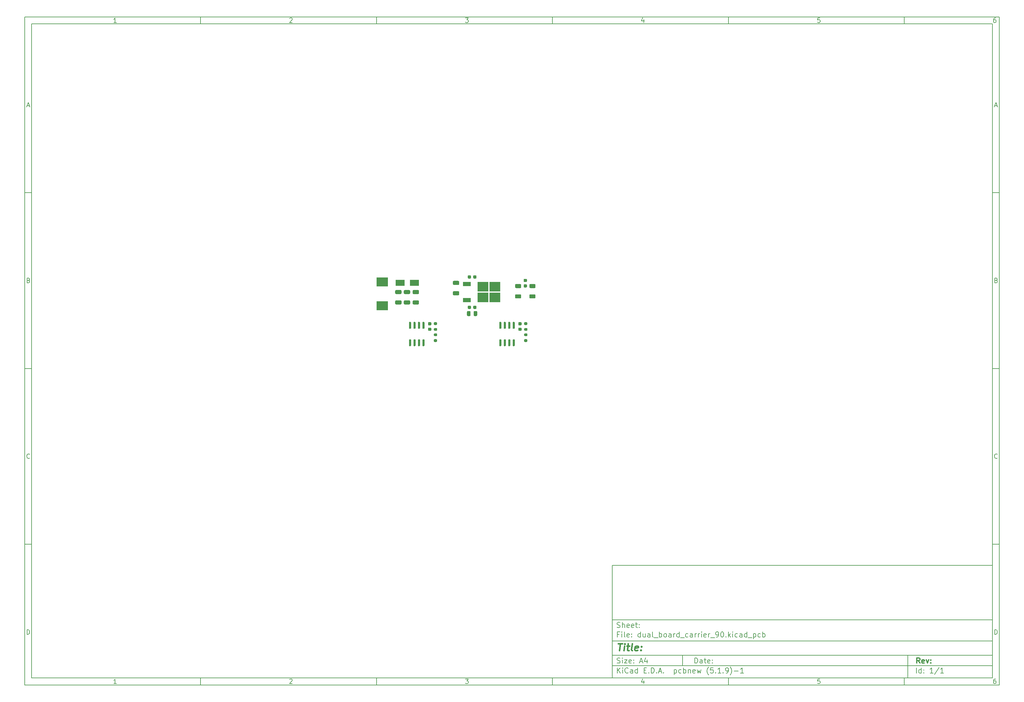
<source format=gbr>
%TF.GenerationSoftware,KiCad,Pcbnew,(5.1.9)-1*%
%TF.CreationDate,2021-02-06T18:14:13-06:00*%
%TF.ProjectId,dual_board_carrier_90,6475616c-5f62-46f6-9172-645f63617272,rev?*%
%TF.SameCoordinates,Original*%
%TF.FileFunction,Paste,Top*%
%TF.FilePolarity,Positive*%
%FSLAX46Y46*%
G04 Gerber Fmt 4.6, Leading zero omitted, Abs format (unit mm)*
G04 Created by KiCad (PCBNEW (5.1.9)-1) date 2021-02-06 18:14:13*
%MOMM*%
%LPD*%
G01*
G04 APERTURE LIST*
%ADD10C,0.100000*%
%ADD11C,0.150000*%
%ADD12C,0.300000*%
%ADD13C,0.400000*%
%ADD14R,3.050000X2.750000*%
%ADD15R,2.200000X1.200000*%
%ADD16R,2.500000X1.800000*%
%ADD17R,3.300000X2.500000*%
G04 APERTURE END LIST*
D10*
D11*
X177002200Y-166007200D02*
X177002200Y-198007200D01*
X285002200Y-198007200D01*
X285002200Y-166007200D01*
X177002200Y-166007200D01*
D10*
D11*
X10000000Y-10000000D02*
X10000000Y-200007200D01*
X287002200Y-200007200D01*
X287002200Y-10000000D01*
X10000000Y-10000000D01*
D10*
D11*
X12000000Y-12000000D02*
X12000000Y-198007200D01*
X285002200Y-198007200D01*
X285002200Y-12000000D01*
X12000000Y-12000000D01*
D10*
D11*
X60000000Y-12000000D02*
X60000000Y-10000000D01*
D10*
D11*
X110000000Y-12000000D02*
X110000000Y-10000000D01*
D10*
D11*
X160000000Y-12000000D02*
X160000000Y-10000000D01*
D10*
D11*
X210000000Y-12000000D02*
X210000000Y-10000000D01*
D10*
D11*
X260000000Y-12000000D02*
X260000000Y-10000000D01*
D10*
D11*
X36065476Y-11588095D02*
X35322619Y-11588095D01*
X35694047Y-11588095D02*
X35694047Y-10288095D01*
X35570238Y-10473809D01*
X35446428Y-10597619D01*
X35322619Y-10659523D01*
D10*
D11*
X85322619Y-10411904D02*
X85384523Y-10350000D01*
X85508333Y-10288095D01*
X85817857Y-10288095D01*
X85941666Y-10350000D01*
X86003571Y-10411904D01*
X86065476Y-10535714D01*
X86065476Y-10659523D01*
X86003571Y-10845238D01*
X85260714Y-11588095D01*
X86065476Y-11588095D01*
D10*
D11*
X135260714Y-10288095D02*
X136065476Y-10288095D01*
X135632142Y-10783333D01*
X135817857Y-10783333D01*
X135941666Y-10845238D01*
X136003571Y-10907142D01*
X136065476Y-11030952D01*
X136065476Y-11340476D01*
X136003571Y-11464285D01*
X135941666Y-11526190D01*
X135817857Y-11588095D01*
X135446428Y-11588095D01*
X135322619Y-11526190D01*
X135260714Y-11464285D01*
D10*
D11*
X185941666Y-10721428D02*
X185941666Y-11588095D01*
X185632142Y-10226190D02*
X185322619Y-11154761D01*
X186127380Y-11154761D01*
D10*
D11*
X236003571Y-10288095D02*
X235384523Y-10288095D01*
X235322619Y-10907142D01*
X235384523Y-10845238D01*
X235508333Y-10783333D01*
X235817857Y-10783333D01*
X235941666Y-10845238D01*
X236003571Y-10907142D01*
X236065476Y-11030952D01*
X236065476Y-11340476D01*
X236003571Y-11464285D01*
X235941666Y-11526190D01*
X235817857Y-11588095D01*
X235508333Y-11588095D01*
X235384523Y-11526190D01*
X235322619Y-11464285D01*
D10*
D11*
X285941666Y-10288095D02*
X285694047Y-10288095D01*
X285570238Y-10350000D01*
X285508333Y-10411904D01*
X285384523Y-10597619D01*
X285322619Y-10845238D01*
X285322619Y-11340476D01*
X285384523Y-11464285D01*
X285446428Y-11526190D01*
X285570238Y-11588095D01*
X285817857Y-11588095D01*
X285941666Y-11526190D01*
X286003571Y-11464285D01*
X286065476Y-11340476D01*
X286065476Y-11030952D01*
X286003571Y-10907142D01*
X285941666Y-10845238D01*
X285817857Y-10783333D01*
X285570238Y-10783333D01*
X285446428Y-10845238D01*
X285384523Y-10907142D01*
X285322619Y-11030952D01*
D10*
D11*
X60000000Y-198007200D02*
X60000000Y-200007200D01*
D10*
D11*
X110000000Y-198007200D02*
X110000000Y-200007200D01*
D10*
D11*
X160000000Y-198007200D02*
X160000000Y-200007200D01*
D10*
D11*
X210000000Y-198007200D02*
X210000000Y-200007200D01*
D10*
D11*
X260000000Y-198007200D02*
X260000000Y-200007200D01*
D10*
D11*
X36065476Y-199595295D02*
X35322619Y-199595295D01*
X35694047Y-199595295D02*
X35694047Y-198295295D01*
X35570238Y-198481009D01*
X35446428Y-198604819D01*
X35322619Y-198666723D01*
D10*
D11*
X85322619Y-198419104D02*
X85384523Y-198357200D01*
X85508333Y-198295295D01*
X85817857Y-198295295D01*
X85941666Y-198357200D01*
X86003571Y-198419104D01*
X86065476Y-198542914D01*
X86065476Y-198666723D01*
X86003571Y-198852438D01*
X85260714Y-199595295D01*
X86065476Y-199595295D01*
D10*
D11*
X135260714Y-198295295D02*
X136065476Y-198295295D01*
X135632142Y-198790533D01*
X135817857Y-198790533D01*
X135941666Y-198852438D01*
X136003571Y-198914342D01*
X136065476Y-199038152D01*
X136065476Y-199347676D01*
X136003571Y-199471485D01*
X135941666Y-199533390D01*
X135817857Y-199595295D01*
X135446428Y-199595295D01*
X135322619Y-199533390D01*
X135260714Y-199471485D01*
D10*
D11*
X185941666Y-198728628D02*
X185941666Y-199595295D01*
X185632142Y-198233390D02*
X185322619Y-199161961D01*
X186127380Y-199161961D01*
D10*
D11*
X236003571Y-198295295D02*
X235384523Y-198295295D01*
X235322619Y-198914342D01*
X235384523Y-198852438D01*
X235508333Y-198790533D01*
X235817857Y-198790533D01*
X235941666Y-198852438D01*
X236003571Y-198914342D01*
X236065476Y-199038152D01*
X236065476Y-199347676D01*
X236003571Y-199471485D01*
X235941666Y-199533390D01*
X235817857Y-199595295D01*
X235508333Y-199595295D01*
X235384523Y-199533390D01*
X235322619Y-199471485D01*
D10*
D11*
X285941666Y-198295295D02*
X285694047Y-198295295D01*
X285570238Y-198357200D01*
X285508333Y-198419104D01*
X285384523Y-198604819D01*
X285322619Y-198852438D01*
X285322619Y-199347676D01*
X285384523Y-199471485D01*
X285446428Y-199533390D01*
X285570238Y-199595295D01*
X285817857Y-199595295D01*
X285941666Y-199533390D01*
X286003571Y-199471485D01*
X286065476Y-199347676D01*
X286065476Y-199038152D01*
X286003571Y-198914342D01*
X285941666Y-198852438D01*
X285817857Y-198790533D01*
X285570238Y-198790533D01*
X285446428Y-198852438D01*
X285384523Y-198914342D01*
X285322619Y-199038152D01*
D10*
D11*
X10000000Y-60000000D02*
X12000000Y-60000000D01*
D10*
D11*
X10000000Y-110000000D02*
X12000000Y-110000000D01*
D10*
D11*
X10000000Y-160000000D02*
X12000000Y-160000000D01*
D10*
D11*
X10690476Y-35216666D02*
X11309523Y-35216666D01*
X10566666Y-35588095D02*
X11000000Y-34288095D01*
X11433333Y-35588095D01*
D10*
D11*
X11092857Y-84907142D02*
X11278571Y-84969047D01*
X11340476Y-85030952D01*
X11402380Y-85154761D01*
X11402380Y-85340476D01*
X11340476Y-85464285D01*
X11278571Y-85526190D01*
X11154761Y-85588095D01*
X10659523Y-85588095D01*
X10659523Y-84288095D01*
X11092857Y-84288095D01*
X11216666Y-84350000D01*
X11278571Y-84411904D01*
X11340476Y-84535714D01*
X11340476Y-84659523D01*
X11278571Y-84783333D01*
X11216666Y-84845238D01*
X11092857Y-84907142D01*
X10659523Y-84907142D01*
D10*
D11*
X11402380Y-135464285D02*
X11340476Y-135526190D01*
X11154761Y-135588095D01*
X11030952Y-135588095D01*
X10845238Y-135526190D01*
X10721428Y-135402380D01*
X10659523Y-135278571D01*
X10597619Y-135030952D01*
X10597619Y-134845238D01*
X10659523Y-134597619D01*
X10721428Y-134473809D01*
X10845238Y-134350000D01*
X11030952Y-134288095D01*
X11154761Y-134288095D01*
X11340476Y-134350000D01*
X11402380Y-134411904D01*
D10*
D11*
X10659523Y-185588095D02*
X10659523Y-184288095D01*
X10969047Y-184288095D01*
X11154761Y-184350000D01*
X11278571Y-184473809D01*
X11340476Y-184597619D01*
X11402380Y-184845238D01*
X11402380Y-185030952D01*
X11340476Y-185278571D01*
X11278571Y-185402380D01*
X11154761Y-185526190D01*
X10969047Y-185588095D01*
X10659523Y-185588095D01*
D10*
D11*
X287002200Y-60000000D02*
X285002200Y-60000000D01*
D10*
D11*
X287002200Y-110000000D02*
X285002200Y-110000000D01*
D10*
D11*
X287002200Y-160000000D02*
X285002200Y-160000000D01*
D10*
D11*
X285692676Y-35216666D02*
X286311723Y-35216666D01*
X285568866Y-35588095D02*
X286002200Y-34288095D01*
X286435533Y-35588095D01*
D10*
D11*
X286095057Y-84907142D02*
X286280771Y-84969047D01*
X286342676Y-85030952D01*
X286404580Y-85154761D01*
X286404580Y-85340476D01*
X286342676Y-85464285D01*
X286280771Y-85526190D01*
X286156961Y-85588095D01*
X285661723Y-85588095D01*
X285661723Y-84288095D01*
X286095057Y-84288095D01*
X286218866Y-84350000D01*
X286280771Y-84411904D01*
X286342676Y-84535714D01*
X286342676Y-84659523D01*
X286280771Y-84783333D01*
X286218866Y-84845238D01*
X286095057Y-84907142D01*
X285661723Y-84907142D01*
D10*
D11*
X286404580Y-135464285D02*
X286342676Y-135526190D01*
X286156961Y-135588095D01*
X286033152Y-135588095D01*
X285847438Y-135526190D01*
X285723628Y-135402380D01*
X285661723Y-135278571D01*
X285599819Y-135030952D01*
X285599819Y-134845238D01*
X285661723Y-134597619D01*
X285723628Y-134473809D01*
X285847438Y-134350000D01*
X286033152Y-134288095D01*
X286156961Y-134288095D01*
X286342676Y-134350000D01*
X286404580Y-134411904D01*
D10*
D11*
X285661723Y-185588095D02*
X285661723Y-184288095D01*
X285971247Y-184288095D01*
X286156961Y-184350000D01*
X286280771Y-184473809D01*
X286342676Y-184597619D01*
X286404580Y-184845238D01*
X286404580Y-185030952D01*
X286342676Y-185278571D01*
X286280771Y-185402380D01*
X286156961Y-185526190D01*
X285971247Y-185588095D01*
X285661723Y-185588095D01*
D10*
D11*
X200434342Y-193785771D02*
X200434342Y-192285771D01*
X200791485Y-192285771D01*
X201005771Y-192357200D01*
X201148628Y-192500057D01*
X201220057Y-192642914D01*
X201291485Y-192928628D01*
X201291485Y-193142914D01*
X201220057Y-193428628D01*
X201148628Y-193571485D01*
X201005771Y-193714342D01*
X200791485Y-193785771D01*
X200434342Y-193785771D01*
X202577200Y-193785771D02*
X202577200Y-193000057D01*
X202505771Y-192857200D01*
X202362914Y-192785771D01*
X202077200Y-192785771D01*
X201934342Y-192857200D01*
X202577200Y-193714342D02*
X202434342Y-193785771D01*
X202077200Y-193785771D01*
X201934342Y-193714342D01*
X201862914Y-193571485D01*
X201862914Y-193428628D01*
X201934342Y-193285771D01*
X202077200Y-193214342D01*
X202434342Y-193214342D01*
X202577200Y-193142914D01*
X203077200Y-192785771D02*
X203648628Y-192785771D01*
X203291485Y-192285771D02*
X203291485Y-193571485D01*
X203362914Y-193714342D01*
X203505771Y-193785771D01*
X203648628Y-193785771D01*
X204720057Y-193714342D02*
X204577200Y-193785771D01*
X204291485Y-193785771D01*
X204148628Y-193714342D01*
X204077200Y-193571485D01*
X204077200Y-193000057D01*
X204148628Y-192857200D01*
X204291485Y-192785771D01*
X204577200Y-192785771D01*
X204720057Y-192857200D01*
X204791485Y-193000057D01*
X204791485Y-193142914D01*
X204077200Y-193285771D01*
X205434342Y-193642914D02*
X205505771Y-193714342D01*
X205434342Y-193785771D01*
X205362914Y-193714342D01*
X205434342Y-193642914D01*
X205434342Y-193785771D01*
X205434342Y-192857200D02*
X205505771Y-192928628D01*
X205434342Y-193000057D01*
X205362914Y-192928628D01*
X205434342Y-192857200D01*
X205434342Y-193000057D01*
D10*
D11*
X177002200Y-194507200D02*
X285002200Y-194507200D01*
D10*
D11*
X178434342Y-196585771D02*
X178434342Y-195085771D01*
X179291485Y-196585771D02*
X178648628Y-195728628D01*
X179291485Y-195085771D02*
X178434342Y-195942914D01*
X179934342Y-196585771D02*
X179934342Y-195585771D01*
X179934342Y-195085771D02*
X179862914Y-195157200D01*
X179934342Y-195228628D01*
X180005771Y-195157200D01*
X179934342Y-195085771D01*
X179934342Y-195228628D01*
X181505771Y-196442914D02*
X181434342Y-196514342D01*
X181220057Y-196585771D01*
X181077200Y-196585771D01*
X180862914Y-196514342D01*
X180720057Y-196371485D01*
X180648628Y-196228628D01*
X180577200Y-195942914D01*
X180577200Y-195728628D01*
X180648628Y-195442914D01*
X180720057Y-195300057D01*
X180862914Y-195157200D01*
X181077200Y-195085771D01*
X181220057Y-195085771D01*
X181434342Y-195157200D01*
X181505771Y-195228628D01*
X182791485Y-196585771D02*
X182791485Y-195800057D01*
X182720057Y-195657200D01*
X182577200Y-195585771D01*
X182291485Y-195585771D01*
X182148628Y-195657200D01*
X182791485Y-196514342D02*
X182648628Y-196585771D01*
X182291485Y-196585771D01*
X182148628Y-196514342D01*
X182077200Y-196371485D01*
X182077200Y-196228628D01*
X182148628Y-196085771D01*
X182291485Y-196014342D01*
X182648628Y-196014342D01*
X182791485Y-195942914D01*
X184148628Y-196585771D02*
X184148628Y-195085771D01*
X184148628Y-196514342D02*
X184005771Y-196585771D01*
X183720057Y-196585771D01*
X183577200Y-196514342D01*
X183505771Y-196442914D01*
X183434342Y-196300057D01*
X183434342Y-195871485D01*
X183505771Y-195728628D01*
X183577200Y-195657200D01*
X183720057Y-195585771D01*
X184005771Y-195585771D01*
X184148628Y-195657200D01*
X186005771Y-195800057D02*
X186505771Y-195800057D01*
X186720057Y-196585771D02*
X186005771Y-196585771D01*
X186005771Y-195085771D01*
X186720057Y-195085771D01*
X187362914Y-196442914D02*
X187434342Y-196514342D01*
X187362914Y-196585771D01*
X187291485Y-196514342D01*
X187362914Y-196442914D01*
X187362914Y-196585771D01*
X188077200Y-196585771D02*
X188077200Y-195085771D01*
X188434342Y-195085771D01*
X188648628Y-195157200D01*
X188791485Y-195300057D01*
X188862914Y-195442914D01*
X188934342Y-195728628D01*
X188934342Y-195942914D01*
X188862914Y-196228628D01*
X188791485Y-196371485D01*
X188648628Y-196514342D01*
X188434342Y-196585771D01*
X188077200Y-196585771D01*
X189577200Y-196442914D02*
X189648628Y-196514342D01*
X189577200Y-196585771D01*
X189505771Y-196514342D01*
X189577200Y-196442914D01*
X189577200Y-196585771D01*
X190220057Y-196157200D02*
X190934342Y-196157200D01*
X190077200Y-196585771D02*
X190577200Y-195085771D01*
X191077200Y-196585771D01*
X191577200Y-196442914D02*
X191648628Y-196514342D01*
X191577200Y-196585771D01*
X191505771Y-196514342D01*
X191577200Y-196442914D01*
X191577200Y-196585771D01*
X194577200Y-195585771D02*
X194577200Y-197085771D01*
X194577200Y-195657200D02*
X194720057Y-195585771D01*
X195005771Y-195585771D01*
X195148628Y-195657200D01*
X195220057Y-195728628D01*
X195291485Y-195871485D01*
X195291485Y-196300057D01*
X195220057Y-196442914D01*
X195148628Y-196514342D01*
X195005771Y-196585771D01*
X194720057Y-196585771D01*
X194577200Y-196514342D01*
X196577200Y-196514342D02*
X196434342Y-196585771D01*
X196148628Y-196585771D01*
X196005771Y-196514342D01*
X195934342Y-196442914D01*
X195862914Y-196300057D01*
X195862914Y-195871485D01*
X195934342Y-195728628D01*
X196005771Y-195657200D01*
X196148628Y-195585771D01*
X196434342Y-195585771D01*
X196577200Y-195657200D01*
X197220057Y-196585771D02*
X197220057Y-195085771D01*
X197220057Y-195657200D02*
X197362914Y-195585771D01*
X197648628Y-195585771D01*
X197791485Y-195657200D01*
X197862914Y-195728628D01*
X197934342Y-195871485D01*
X197934342Y-196300057D01*
X197862914Y-196442914D01*
X197791485Y-196514342D01*
X197648628Y-196585771D01*
X197362914Y-196585771D01*
X197220057Y-196514342D01*
X198577200Y-195585771D02*
X198577200Y-196585771D01*
X198577200Y-195728628D02*
X198648628Y-195657200D01*
X198791485Y-195585771D01*
X199005771Y-195585771D01*
X199148628Y-195657200D01*
X199220057Y-195800057D01*
X199220057Y-196585771D01*
X200505771Y-196514342D02*
X200362914Y-196585771D01*
X200077200Y-196585771D01*
X199934342Y-196514342D01*
X199862914Y-196371485D01*
X199862914Y-195800057D01*
X199934342Y-195657200D01*
X200077200Y-195585771D01*
X200362914Y-195585771D01*
X200505771Y-195657200D01*
X200577200Y-195800057D01*
X200577200Y-195942914D01*
X199862914Y-196085771D01*
X201077200Y-195585771D02*
X201362914Y-196585771D01*
X201648628Y-195871485D01*
X201934342Y-196585771D01*
X202220057Y-195585771D01*
X204362914Y-197157200D02*
X204291485Y-197085771D01*
X204148628Y-196871485D01*
X204077200Y-196728628D01*
X204005771Y-196514342D01*
X203934342Y-196157200D01*
X203934342Y-195871485D01*
X204005771Y-195514342D01*
X204077200Y-195300057D01*
X204148628Y-195157200D01*
X204291485Y-194942914D01*
X204362914Y-194871485D01*
X205648628Y-195085771D02*
X204934342Y-195085771D01*
X204862914Y-195800057D01*
X204934342Y-195728628D01*
X205077200Y-195657200D01*
X205434342Y-195657200D01*
X205577200Y-195728628D01*
X205648628Y-195800057D01*
X205720057Y-195942914D01*
X205720057Y-196300057D01*
X205648628Y-196442914D01*
X205577200Y-196514342D01*
X205434342Y-196585771D01*
X205077200Y-196585771D01*
X204934342Y-196514342D01*
X204862914Y-196442914D01*
X206362914Y-196442914D02*
X206434342Y-196514342D01*
X206362914Y-196585771D01*
X206291485Y-196514342D01*
X206362914Y-196442914D01*
X206362914Y-196585771D01*
X207862914Y-196585771D02*
X207005771Y-196585771D01*
X207434342Y-196585771D02*
X207434342Y-195085771D01*
X207291485Y-195300057D01*
X207148628Y-195442914D01*
X207005771Y-195514342D01*
X208505771Y-196442914D02*
X208577200Y-196514342D01*
X208505771Y-196585771D01*
X208434342Y-196514342D01*
X208505771Y-196442914D01*
X208505771Y-196585771D01*
X209291485Y-196585771D02*
X209577200Y-196585771D01*
X209720057Y-196514342D01*
X209791485Y-196442914D01*
X209934342Y-196228628D01*
X210005771Y-195942914D01*
X210005771Y-195371485D01*
X209934342Y-195228628D01*
X209862914Y-195157200D01*
X209720057Y-195085771D01*
X209434342Y-195085771D01*
X209291485Y-195157200D01*
X209220057Y-195228628D01*
X209148628Y-195371485D01*
X209148628Y-195728628D01*
X209220057Y-195871485D01*
X209291485Y-195942914D01*
X209434342Y-196014342D01*
X209720057Y-196014342D01*
X209862914Y-195942914D01*
X209934342Y-195871485D01*
X210005771Y-195728628D01*
X210505771Y-197157200D02*
X210577200Y-197085771D01*
X210720057Y-196871485D01*
X210791485Y-196728628D01*
X210862914Y-196514342D01*
X210934342Y-196157200D01*
X210934342Y-195871485D01*
X210862914Y-195514342D01*
X210791485Y-195300057D01*
X210720057Y-195157200D01*
X210577200Y-194942914D01*
X210505771Y-194871485D01*
X211648628Y-196014342D02*
X212791485Y-196014342D01*
X214291485Y-196585771D02*
X213434342Y-196585771D01*
X213862914Y-196585771D02*
X213862914Y-195085771D01*
X213720057Y-195300057D01*
X213577200Y-195442914D01*
X213434342Y-195514342D01*
D10*
D11*
X177002200Y-191507200D02*
X285002200Y-191507200D01*
D10*
D12*
X264411485Y-193785771D02*
X263911485Y-193071485D01*
X263554342Y-193785771D02*
X263554342Y-192285771D01*
X264125771Y-192285771D01*
X264268628Y-192357200D01*
X264340057Y-192428628D01*
X264411485Y-192571485D01*
X264411485Y-192785771D01*
X264340057Y-192928628D01*
X264268628Y-193000057D01*
X264125771Y-193071485D01*
X263554342Y-193071485D01*
X265625771Y-193714342D02*
X265482914Y-193785771D01*
X265197200Y-193785771D01*
X265054342Y-193714342D01*
X264982914Y-193571485D01*
X264982914Y-193000057D01*
X265054342Y-192857200D01*
X265197200Y-192785771D01*
X265482914Y-192785771D01*
X265625771Y-192857200D01*
X265697200Y-193000057D01*
X265697200Y-193142914D01*
X264982914Y-193285771D01*
X266197200Y-192785771D02*
X266554342Y-193785771D01*
X266911485Y-192785771D01*
X267482914Y-193642914D02*
X267554342Y-193714342D01*
X267482914Y-193785771D01*
X267411485Y-193714342D01*
X267482914Y-193642914D01*
X267482914Y-193785771D01*
X267482914Y-192857200D02*
X267554342Y-192928628D01*
X267482914Y-193000057D01*
X267411485Y-192928628D01*
X267482914Y-192857200D01*
X267482914Y-193000057D01*
D10*
D11*
X178362914Y-193714342D02*
X178577200Y-193785771D01*
X178934342Y-193785771D01*
X179077200Y-193714342D01*
X179148628Y-193642914D01*
X179220057Y-193500057D01*
X179220057Y-193357200D01*
X179148628Y-193214342D01*
X179077200Y-193142914D01*
X178934342Y-193071485D01*
X178648628Y-193000057D01*
X178505771Y-192928628D01*
X178434342Y-192857200D01*
X178362914Y-192714342D01*
X178362914Y-192571485D01*
X178434342Y-192428628D01*
X178505771Y-192357200D01*
X178648628Y-192285771D01*
X179005771Y-192285771D01*
X179220057Y-192357200D01*
X179862914Y-193785771D02*
X179862914Y-192785771D01*
X179862914Y-192285771D02*
X179791485Y-192357200D01*
X179862914Y-192428628D01*
X179934342Y-192357200D01*
X179862914Y-192285771D01*
X179862914Y-192428628D01*
X180434342Y-192785771D02*
X181220057Y-192785771D01*
X180434342Y-193785771D01*
X181220057Y-193785771D01*
X182362914Y-193714342D02*
X182220057Y-193785771D01*
X181934342Y-193785771D01*
X181791485Y-193714342D01*
X181720057Y-193571485D01*
X181720057Y-193000057D01*
X181791485Y-192857200D01*
X181934342Y-192785771D01*
X182220057Y-192785771D01*
X182362914Y-192857200D01*
X182434342Y-193000057D01*
X182434342Y-193142914D01*
X181720057Y-193285771D01*
X183077200Y-193642914D02*
X183148628Y-193714342D01*
X183077200Y-193785771D01*
X183005771Y-193714342D01*
X183077200Y-193642914D01*
X183077200Y-193785771D01*
X183077200Y-192857200D02*
X183148628Y-192928628D01*
X183077200Y-193000057D01*
X183005771Y-192928628D01*
X183077200Y-192857200D01*
X183077200Y-193000057D01*
X184862914Y-193357200D02*
X185577200Y-193357200D01*
X184720057Y-193785771D02*
X185220057Y-192285771D01*
X185720057Y-193785771D01*
X186862914Y-192785771D02*
X186862914Y-193785771D01*
X186505771Y-192214342D02*
X186148628Y-193285771D01*
X187077200Y-193285771D01*
D10*
D11*
X263434342Y-196585771D02*
X263434342Y-195085771D01*
X264791485Y-196585771D02*
X264791485Y-195085771D01*
X264791485Y-196514342D02*
X264648628Y-196585771D01*
X264362914Y-196585771D01*
X264220057Y-196514342D01*
X264148628Y-196442914D01*
X264077200Y-196300057D01*
X264077200Y-195871485D01*
X264148628Y-195728628D01*
X264220057Y-195657200D01*
X264362914Y-195585771D01*
X264648628Y-195585771D01*
X264791485Y-195657200D01*
X265505771Y-196442914D02*
X265577200Y-196514342D01*
X265505771Y-196585771D01*
X265434342Y-196514342D01*
X265505771Y-196442914D01*
X265505771Y-196585771D01*
X265505771Y-195657200D02*
X265577200Y-195728628D01*
X265505771Y-195800057D01*
X265434342Y-195728628D01*
X265505771Y-195657200D01*
X265505771Y-195800057D01*
X268148628Y-196585771D02*
X267291485Y-196585771D01*
X267720057Y-196585771D02*
X267720057Y-195085771D01*
X267577200Y-195300057D01*
X267434342Y-195442914D01*
X267291485Y-195514342D01*
X269862914Y-195014342D02*
X268577200Y-196942914D01*
X271148628Y-196585771D02*
X270291485Y-196585771D01*
X270720057Y-196585771D02*
X270720057Y-195085771D01*
X270577200Y-195300057D01*
X270434342Y-195442914D01*
X270291485Y-195514342D01*
D10*
D11*
X177002200Y-187507200D02*
X285002200Y-187507200D01*
D10*
D13*
X178714580Y-188211961D02*
X179857438Y-188211961D01*
X179036009Y-190211961D02*
X179286009Y-188211961D01*
X180274104Y-190211961D02*
X180440771Y-188878628D01*
X180524104Y-188211961D02*
X180416961Y-188307200D01*
X180500295Y-188402438D01*
X180607438Y-188307200D01*
X180524104Y-188211961D01*
X180500295Y-188402438D01*
X181107438Y-188878628D02*
X181869342Y-188878628D01*
X181476485Y-188211961D02*
X181262200Y-189926247D01*
X181333628Y-190116723D01*
X181512200Y-190211961D01*
X181702676Y-190211961D01*
X182655057Y-190211961D02*
X182476485Y-190116723D01*
X182405057Y-189926247D01*
X182619342Y-188211961D01*
X184190771Y-190116723D02*
X183988390Y-190211961D01*
X183607438Y-190211961D01*
X183428866Y-190116723D01*
X183357438Y-189926247D01*
X183452676Y-189164342D01*
X183571723Y-188973866D01*
X183774104Y-188878628D01*
X184155057Y-188878628D01*
X184333628Y-188973866D01*
X184405057Y-189164342D01*
X184381247Y-189354819D01*
X183405057Y-189545295D01*
X185155057Y-190021485D02*
X185238390Y-190116723D01*
X185131247Y-190211961D01*
X185047914Y-190116723D01*
X185155057Y-190021485D01*
X185131247Y-190211961D01*
X185286009Y-188973866D02*
X185369342Y-189069104D01*
X185262200Y-189164342D01*
X185178866Y-189069104D01*
X185286009Y-188973866D01*
X185262200Y-189164342D01*
D10*
D11*
X178934342Y-185600057D02*
X178434342Y-185600057D01*
X178434342Y-186385771D02*
X178434342Y-184885771D01*
X179148628Y-184885771D01*
X179720057Y-186385771D02*
X179720057Y-185385771D01*
X179720057Y-184885771D02*
X179648628Y-184957200D01*
X179720057Y-185028628D01*
X179791485Y-184957200D01*
X179720057Y-184885771D01*
X179720057Y-185028628D01*
X180648628Y-186385771D02*
X180505771Y-186314342D01*
X180434342Y-186171485D01*
X180434342Y-184885771D01*
X181791485Y-186314342D02*
X181648628Y-186385771D01*
X181362914Y-186385771D01*
X181220057Y-186314342D01*
X181148628Y-186171485D01*
X181148628Y-185600057D01*
X181220057Y-185457200D01*
X181362914Y-185385771D01*
X181648628Y-185385771D01*
X181791485Y-185457200D01*
X181862914Y-185600057D01*
X181862914Y-185742914D01*
X181148628Y-185885771D01*
X182505771Y-186242914D02*
X182577200Y-186314342D01*
X182505771Y-186385771D01*
X182434342Y-186314342D01*
X182505771Y-186242914D01*
X182505771Y-186385771D01*
X182505771Y-185457200D02*
X182577200Y-185528628D01*
X182505771Y-185600057D01*
X182434342Y-185528628D01*
X182505771Y-185457200D01*
X182505771Y-185600057D01*
X185005771Y-186385771D02*
X185005771Y-184885771D01*
X185005771Y-186314342D02*
X184862914Y-186385771D01*
X184577200Y-186385771D01*
X184434342Y-186314342D01*
X184362914Y-186242914D01*
X184291485Y-186100057D01*
X184291485Y-185671485D01*
X184362914Y-185528628D01*
X184434342Y-185457200D01*
X184577200Y-185385771D01*
X184862914Y-185385771D01*
X185005771Y-185457200D01*
X186362914Y-185385771D02*
X186362914Y-186385771D01*
X185720057Y-185385771D02*
X185720057Y-186171485D01*
X185791485Y-186314342D01*
X185934342Y-186385771D01*
X186148628Y-186385771D01*
X186291485Y-186314342D01*
X186362914Y-186242914D01*
X187720057Y-186385771D02*
X187720057Y-185600057D01*
X187648628Y-185457200D01*
X187505771Y-185385771D01*
X187220057Y-185385771D01*
X187077200Y-185457200D01*
X187720057Y-186314342D02*
X187577200Y-186385771D01*
X187220057Y-186385771D01*
X187077200Y-186314342D01*
X187005771Y-186171485D01*
X187005771Y-186028628D01*
X187077200Y-185885771D01*
X187220057Y-185814342D01*
X187577200Y-185814342D01*
X187720057Y-185742914D01*
X188648628Y-186385771D02*
X188505771Y-186314342D01*
X188434342Y-186171485D01*
X188434342Y-184885771D01*
X188862914Y-186528628D02*
X190005771Y-186528628D01*
X190362914Y-186385771D02*
X190362914Y-184885771D01*
X190362914Y-185457200D02*
X190505771Y-185385771D01*
X190791485Y-185385771D01*
X190934342Y-185457200D01*
X191005771Y-185528628D01*
X191077200Y-185671485D01*
X191077200Y-186100057D01*
X191005771Y-186242914D01*
X190934342Y-186314342D01*
X190791485Y-186385771D01*
X190505771Y-186385771D01*
X190362914Y-186314342D01*
X191934342Y-186385771D02*
X191791485Y-186314342D01*
X191720057Y-186242914D01*
X191648628Y-186100057D01*
X191648628Y-185671485D01*
X191720057Y-185528628D01*
X191791485Y-185457200D01*
X191934342Y-185385771D01*
X192148628Y-185385771D01*
X192291485Y-185457200D01*
X192362914Y-185528628D01*
X192434342Y-185671485D01*
X192434342Y-186100057D01*
X192362914Y-186242914D01*
X192291485Y-186314342D01*
X192148628Y-186385771D01*
X191934342Y-186385771D01*
X193720057Y-186385771D02*
X193720057Y-185600057D01*
X193648628Y-185457200D01*
X193505771Y-185385771D01*
X193220057Y-185385771D01*
X193077200Y-185457200D01*
X193720057Y-186314342D02*
X193577200Y-186385771D01*
X193220057Y-186385771D01*
X193077200Y-186314342D01*
X193005771Y-186171485D01*
X193005771Y-186028628D01*
X193077200Y-185885771D01*
X193220057Y-185814342D01*
X193577200Y-185814342D01*
X193720057Y-185742914D01*
X194434342Y-186385771D02*
X194434342Y-185385771D01*
X194434342Y-185671485D02*
X194505771Y-185528628D01*
X194577200Y-185457200D01*
X194720057Y-185385771D01*
X194862914Y-185385771D01*
X196005771Y-186385771D02*
X196005771Y-184885771D01*
X196005771Y-186314342D02*
X195862914Y-186385771D01*
X195577200Y-186385771D01*
X195434342Y-186314342D01*
X195362914Y-186242914D01*
X195291485Y-186100057D01*
X195291485Y-185671485D01*
X195362914Y-185528628D01*
X195434342Y-185457200D01*
X195577200Y-185385771D01*
X195862914Y-185385771D01*
X196005771Y-185457200D01*
X196362914Y-186528628D02*
X197505771Y-186528628D01*
X198505771Y-186314342D02*
X198362914Y-186385771D01*
X198077200Y-186385771D01*
X197934342Y-186314342D01*
X197862914Y-186242914D01*
X197791485Y-186100057D01*
X197791485Y-185671485D01*
X197862914Y-185528628D01*
X197934342Y-185457200D01*
X198077200Y-185385771D01*
X198362914Y-185385771D01*
X198505771Y-185457200D01*
X199791485Y-186385771D02*
X199791485Y-185600057D01*
X199720057Y-185457200D01*
X199577200Y-185385771D01*
X199291485Y-185385771D01*
X199148628Y-185457200D01*
X199791485Y-186314342D02*
X199648628Y-186385771D01*
X199291485Y-186385771D01*
X199148628Y-186314342D01*
X199077200Y-186171485D01*
X199077200Y-186028628D01*
X199148628Y-185885771D01*
X199291485Y-185814342D01*
X199648628Y-185814342D01*
X199791485Y-185742914D01*
X200505771Y-186385771D02*
X200505771Y-185385771D01*
X200505771Y-185671485D02*
X200577200Y-185528628D01*
X200648628Y-185457200D01*
X200791485Y-185385771D01*
X200934342Y-185385771D01*
X201434342Y-186385771D02*
X201434342Y-185385771D01*
X201434342Y-185671485D02*
X201505771Y-185528628D01*
X201577200Y-185457200D01*
X201720057Y-185385771D01*
X201862914Y-185385771D01*
X202362914Y-186385771D02*
X202362914Y-185385771D01*
X202362914Y-184885771D02*
X202291485Y-184957200D01*
X202362914Y-185028628D01*
X202434342Y-184957200D01*
X202362914Y-184885771D01*
X202362914Y-185028628D01*
X203648628Y-186314342D02*
X203505771Y-186385771D01*
X203220057Y-186385771D01*
X203077200Y-186314342D01*
X203005771Y-186171485D01*
X203005771Y-185600057D01*
X203077200Y-185457200D01*
X203220057Y-185385771D01*
X203505771Y-185385771D01*
X203648628Y-185457200D01*
X203720057Y-185600057D01*
X203720057Y-185742914D01*
X203005771Y-185885771D01*
X204362914Y-186385771D02*
X204362914Y-185385771D01*
X204362914Y-185671485D02*
X204434342Y-185528628D01*
X204505771Y-185457200D01*
X204648628Y-185385771D01*
X204791485Y-185385771D01*
X204934342Y-186528628D02*
X206077200Y-186528628D01*
X206505771Y-186385771D02*
X206791485Y-186385771D01*
X206934342Y-186314342D01*
X207005771Y-186242914D01*
X207148628Y-186028628D01*
X207220057Y-185742914D01*
X207220057Y-185171485D01*
X207148628Y-185028628D01*
X207077200Y-184957200D01*
X206934342Y-184885771D01*
X206648628Y-184885771D01*
X206505771Y-184957200D01*
X206434342Y-185028628D01*
X206362914Y-185171485D01*
X206362914Y-185528628D01*
X206434342Y-185671485D01*
X206505771Y-185742914D01*
X206648628Y-185814342D01*
X206934342Y-185814342D01*
X207077200Y-185742914D01*
X207148628Y-185671485D01*
X207220057Y-185528628D01*
X208148628Y-184885771D02*
X208291485Y-184885771D01*
X208434342Y-184957200D01*
X208505771Y-185028628D01*
X208577200Y-185171485D01*
X208648628Y-185457200D01*
X208648628Y-185814342D01*
X208577200Y-186100057D01*
X208505771Y-186242914D01*
X208434342Y-186314342D01*
X208291485Y-186385771D01*
X208148628Y-186385771D01*
X208005771Y-186314342D01*
X207934342Y-186242914D01*
X207862914Y-186100057D01*
X207791485Y-185814342D01*
X207791485Y-185457200D01*
X207862914Y-185171485D01*
X207934342Y-185028628D01*
X208005771Y-184957200D01*
X208148628Y-184885771D01*
X209291485Y-186242914D02*
X209362914Y-186314342D01*
X209291485Y-186385771D01*
X209220057Y-186314342D01*
X209291485Y-186242914D01*
X209291485Y-186385771D01*
X210005771Y-186385771D02*
X210005771Y-184885771D01*
X210148628Y-185814342D02*
X210577200Y-186385771D01*
X210577200Y-185385771D02*
X210005771Y-185957200D01*
X211220057Y-186385771D02*
X211220057Y-185385771D01*
X211220057Y-184885771D02*
X211148628Y-184957200D01*
X211220057Y-185028628D01*
X211291485Y-184957200D01*
X211220057Y-184885771D01*
X211220057Y-185028628D01*
X212577200Y-186314342D02*
X212434342Y-186385771D01*
X212148628Y-186385771D01*
X212005771Y-186314342D01*
X211934342Y-186242914D01*
X211862914Y-186100057D01*
X211862914Y-185671485D01*
X211934342Y-185528628D01*
X212005771Y-185457200D01*
X212148628Y-185385771D01*
X212434342Y-185385771D01*
X212577200Y-185457200D01*
X213862914Y-186385771D02*
X213862914Y-185600057D01*
X213791485Y-185457200D01*
X213648628Y-185385771D01*
X213362914Y-185385771D01*
X213220057Y-185457200D01*
X213862914Y-186314342D02*
X213720057Y-186385771D01*
X213362914Y-186385771D01*
X213220057Y-186314342D01*
X213148628Y-186171485D01*
X213148628Y-186028628D01*
X213220057Y-185885771D01*
X213362914Y-185814342D01*
X213720057Y-185814342D01*
X213862914Y-185742914D01*
X215220057Y-186385771D02*
X215220057Y-184885771D01*
X215220057Y-186314342D02*
X215077200Y-186385771D01*
X214791485Y-186385771D01*
X214648628Y-186314342D01*
X214577200Y-186242914D01*
X214505771Y-186100057D01*
X214505771Y-185671485D01*
X214577200Y-185528628D01*
X214648628Y-185457200D01*
X214791485Y-185385771D01*
X215077200Y-185385771D01*
X215220057Y-185457200D01*
X215577200Y-186528628D02*
X216720057Y-186528628D01*
X217077200Y-185385771D02*
X217077200Y-186885771D01*
X217077200Y-185457200D02*
X217220057Y-185385771D01*
X217505771Y-185385771D01*
X217648628Y-185457200D01*
X217720057Y-185528628D01*
X217791485Y-185671485D01*
X217791485Y-186100057D01*
X217720057Y-186242914D01*
X217648628Y-186314342D01*
X217505771Y-186385771D01*
X217220057Y-186385771D01*
X217077200Y-186314342D01*
X219077200Y-186314342D02*
X218934342Y-186385771D01*
X218648628Y-186385771D01*
X218505771Y-186314342D01*
X218434342Y-186242914D01*
X218362914Y-186100057D01*
X218362914Y-185671485D01*
X218434342Y-185528628D01*
X218505771Y-185457200D01*
X218648628Y-185385771D01*
X218934342Y-185385771D01*
X219077200Y-185457200D01*
X219720057Y-186385771D02*
X219720057Y-184885771D01*
X219720057Y-185457200D02*
X219862914Y-185385771D01*
X220148628Y-185385771D01*
X220291485Y-185457200D01*
X220362914Y-185528628D01*
X220434342Y-185671485D01*
X220434342Y-186100057D01*
X220362914Y-186242914D01*
X220291485Y-186314342D01*
X220148628Y-186385771D01*
X219862914Y-186385771D01*
X219720057Y-186314342D01*
D10*
D11*
X177002200Y-181507200D02*
X285002200Y-181507200D01*
D10*
D11*
X178362914Y-183614342D02*
X178577200Y-183685771D01*
X178934342Y-183685771D01*
X179077200Y-183614342D01*
X179148628Y-183542914D01*
X179220057Y-183400057D01*
X179220057Y-183257200D01*
X179148628Y-183114342D01*
X179077200Y-183042914D01*
X178934342Y-182971485D01*
X178648628Y-182900057D01*
X178505771Y-182828628D01*
X178434342Y-182757200D01*
X178362914Y-182614342D01*
X178362914Y-182471485D01*
X178434342Y-182328628D01*
X178505771Y-182257200D01*
X178648628Y-182185771D01*
X179005771Y-182185771D01*
X179220057Y-182257200D01*
X179862914Y-183685771D02*
X179862914Y-182185771D01*
X180505771Y-183685771D02*
X180505771Y-182900057D01*
X180434342Y-182757200D01*
X180291485Y-182685771D01*
X180077200Y-182685771D01*
X179934342Y-182757200D01*
X179862914Y-182828628D01*
X181791485Y-183614342D02*
X181648628Y-183685771D01*
X181362914Y-183685771D01*
X181220057Y-183614342D01*
X181148628Y-183471485D01*
X181148628Y-182900057D01*
X181220057Y-182757200D01*
X181362914Y-182685771D01*
X181648628Y-182685771D01*
X181791485Y-182757200D01*
X181862914Y-182900057D01*
X181862914Y-183042914D01*
X181148628Y-183185771D01*
X183077200Y-183614342D02*
X182934342Y-183685771D01*
X182648628Y-183685771D01*
X182505771Y-183614342D01*
X182434342Y-183471485D01*
X182434342Y-182900057D01*
X182505771Y-182757200D01*
X182648628Y-182685771D01*
X182934342Y-182685771D01*
X183077200Y-182757200D01*
X183148628Y-182900057D01*
X183148628Y-183042914D01*
X182434342Y-183185771D01*
X183577200Y-182685771D02*
X184148628Y-182685771D01*
X183791485Y-182185771D02*
X183791485Y-183471485D01*
X183862914Y-183614342D01*
X184005771Y-183685771D01*
X184148628Y-183685771D01*
X184648628Y-183542914D02*
X184720057Y-183614342D01*
X184648628Y-183685771D01*
X184577200Y-183614342D01*
X184648628Y-183542914D01*
X184648628Y-183685771D01*
X184648628Y-182757200D02*
X184720057Y-182828628D01*
X184648628Y-182900057D01*
X184577200Y-182828628D01*
X184648628Y-182757200D01*
X184648628Y-182900057D01*
D10*
D11*
X197002200Y-191507200D02*
X197002200Y-194507200D01*
D10*
D11*
X261002200Y-191507200D02*
X261002200Y-198007200D01*
%TO.C,U3*%
G36*
G01*
X145311000Y-98703000D02*
X145011000Y-98703000D01*
G75*
G02*
X144861000Y-98553000I0J150000D01*
G01*
X144861000Y-96903000D01*
G75*
G02*
X145011000Y-96753000I150000J0D01*
G01*
X145311000Y-96753000D01*
G75*
G02*
X145461000Y-96903000I0J-150000D01*
G01*
X145461000Y-98553000D01*
G75*
G02*
X145311000Y-98703000I-150000J0D01*
G01*
G37*
G36*
G01*
X146581000Y-98703000D02*
X146281000Y-98703000D01*
G75*
G02*
X146131000Y-98553000I0J150000D01*
G01*
X146131000Y-96903000D01*
G75*
G02*
X146281000Y-96753000I150000J0D01*
G01*
X146581000Y-96753000D01*
G75*
G02*
X146731000Y-96903000I0J-150000D01*
G01*
X146731000Y-98553000D01*
G75*
G02*
X146581000Y-98703000I-150000J0D01*
G01*
G37*
G36*
G01*
X147851000Y-98703000D02*
X147551000Y-98703000D01*
G75*
G02*
X147401000Y-98553000I0J150000D01*
G01*
X147401000Y-96903000D01*
G75*
G02*
X147551000Y-96753000I150000J0D01*
G01*
X147851000Y-96753000D01*
G75*
G02*
X148001000Y-96903000I0J-150000D01*
G01*
X148001000Y-98553000D01*
G75*
G02*
X147851000Y-98703000I-150000J0D01*
G01*
G37*
G36*
G01*
X149121000Y-98703000D02*
X148821000Y-98703000D01*
G75*
G02*
X148671000Y-98553000I0J150000D01*
G01*
X148671000Y-96903000D01*
G75*
G02*
X148821000Y-96753000I150000J0D01*
G01*
X149121000Y-96753000D01*
G75*
G02*
X149271000Y-96903000I0J-150000D01*
G01*
X149271000Y-98553000D01*
G75*
G02*
X149121000Y-98703000I-150000J0D01*
G01*
G37*
G36*
G01*
X149121000Y-103653000D02*
X148821000Y-103653000D01*
G75*
G02*
X148671000Y-103503000I0J150000D01*
G01*
X148671000Y-101853000D01*
G75*
G02*
X148821000Y-101703000I150000J0D01*
G01*
X149121000Y-101703000D01*
G75*
G02*
X149271000Y-101853000I0J-150000D01*
G01*
X149271000Y-103503000D01*
G75*
G02*
X149121000Y-103653000I-150000J0D01*
G01*
G37*
G36*
G01*
X147851000Y-103653000D02*
X147551000Y-103653000D01*
G75*
G02*
X147401000Y-103503000I0J150000D01*
G01*
X147401000Y-101853000D01*
G75*
G02*
X147551000Y-101703000I150000J0D01*
G01*
X147851000Y-101703000D01*
G75*
G02*
X148001000Y-101853000I0J-150000D01*
G01*
X148001000Y-103503000D01*
G75*
G02*
X147851000Y-103653000I-150000J0D01*
G01*
G37*
G36*
G01*
X146581000Y-103653000D02*
X146281000Y-103653000D01*
G75*
G02*
X146131000Y-103503000I0J150000D01*
G01*
X146131000Y-101853000D01*
G75*
G02*
X146281000Y-101703000I150000J0D01*
G01*
X146581000Y-101703000D01*
G75*
G02*
X146731000Y-101853000I0J-150000D01*
G01*
X146731000Y-103503000D01*
G75*
G02*
X146581000Y-103653000I-150000J0D01*
G01*
G37*
G36*
G01*
X145311000Y-103653000D02*
X145011000Y-103653000D01*
G75*
G02*
X144861000Y-103503000I0J150000D01*
G01*
X144861000Y-101853000D01*
G75*
G02*
X145011000Y-101703000I150000J0D01*
G01*
X145311000Y-101703000D01*
G75*
G02*
X145461000Y-101853000I0J-150000D01*
G01*
X145461000Y-103503000D01*
G75*
G02*
X145311000Y-103653000I-150000J0D01*
G01*
G37*
%TD*%
D14*
%TO.C,U2*%
X140252000Y-89790000D03*
X143602000Y-86740000D03*
X140252000Y-86740000D03*
X143602000Y-89790000D03*
D15*
X135627000Y-90545000D03*
X135627000Y-85985000D03*
%TD*%
%TO.C,U1*%
G36*
G01*
X119657000Y-98703000D02*
X119357000Y-98703000D01*
G75*
G02*
X119207000Y-98553000I0J150000D01*
G01*
X119207000Y-96903000D01*
G75*
G02*
X119357000Y-96753000I150000J0D01*
G01*
X119657000Y-96753000D01*
G75*
G02*
X119807000Y-96903000I0J-150000D01*
G01*
X119807000Y-98553000D01*
G75*
G02*
X119657000Y-98703000I-150000J0D01*
G01*
G37*
G36*
G01*
X120927000Y-98703000D02*
X120627000Y-98703000D01*
G75*
G02*
X120477000Y-98553000I0J150000D01*
G01*
X120477000Y-96903000D01*
G75*
G02*
X120627000Y-96753000I150000J0D01*
G01*
X120927000Y-96753000D01*
G75*
G02*
X121077000Y-96903000I0J-150000D01*
G01*
X121077000Y-98553000D01*
G75*
G02*
X120927000Y-98703000I-150000J0D01*
G01*
G37*
G36*
G01*
X122197000Y-98703000D02*
X121897000Y-98703000D01*
G75*
G02*
X121747000Y-98553000I0J150000D01*
G01*
X121747000Y-96903000D01*
G75*
G02*
X121897000Y-96753000I150000J0D01*
G01*
X122197000Y-96753000D01*
G75*
G02*
X122347000Y-96903000I0J-150000D01*
G01*
X122347000Y-98553000D01*
G75*
G02*
X122197000Y-98703000I-150000J0D01*
G01*
G37*
G36*
G01*
X123467000Y-98703000D02*
X123167000Y-98703000D01*
G75*
G02*
X123017000Y-98553000I0J150000D01*
G01*
X123017000Y-96903000D01*
G75*
G02*
X123167000Y-96753000I150000J0D01*
G01*
X123467000Y-96753000D01*
G75*
G02*
X123617000Y-96903000I0J-150000D01*
G01*
X123617000Y-98553000D01*
G75*
G02*
X123467000Y-98703000I-150000J0D01*
G01*
G37*
G36*
G01*
X123467000Y-103653000D02*
X123167000Y-103653000D01*
G75*
G02*
X123017000Y-103503000I0J150000D01*
G01*
X123017000Y-101853000D01*
G75*
G02*
X123167000Y-101703000I150000J0D01*
G01*
X123467000Y-101703000D01*
G75*
G02*
X123617000Y-101853000I0J-150000D01*
G01*
X123617000Y-103503000D01*
G75*
G02*
X123467000Y-103653000I-150000J0D01*
G01*
G37*
G36*
G01*
X122197000Y-103653000D02*
X121897000Y-103653000D01*
G75*
G02*
X121747000Y-103503000I0J150000D01*
G01*
X121747000Y-101853000D01*
G75*
G02*
X121897000Y-101703000I150000J0D01*
G01*
X122197000Y-101703000D01*
G75*
G02*
X122347000Y-101853000I0J-150000D01*
G01*
X122347000Y-103503000D01*
G75*
G02*
X122197000Y-103653000I-150000J0D01*
G01*
G37*
G36*
G01*
X120927000Y-103653000D02*
X120627000Y-103653000D01*
G75*
G02*
X120477000Y-103503000I0J150000D01*
G01*
X120477000Y-101853000D01*
G75*
G02*
X120627000Y-101703000I150000J0D01*
G01*
X120927000Y-101703000D01*
G75*
G02*
X121077000Y-101853000I0J-150000D01*
G01*
X121077000Y-103503000D01*
G75*
G02*
X120927000Y-103653000I-150000J0D01*
G01*
G37*
G36*
G01*
X119657000Y-103653000D02*
X119357000Y-103653000D01*
G75*
G02*
X119207000Y-103503000I0J150000D01*
G01*
X119207000Y-101853000D01*
G75*
G02*
X119357000Y-101703000I150000J0D01*
G01*
X119657000Y-101703000D01*
G75*
G02*
X119807000Y-101853000I0J-150000D01*
G01*
X119807000Y-103503000D01*
G75*
G02*
X119657000Y-103653000I-150000J0D01*
G01*
G37*
%TD*%
%TO.C,R6*%
G36*
G01*
X154930002Y-87111000D02*
X153679998Y-87111000D01*
G75*
G02*
X153430000Y-86861002I0J249998D01*
G01*
X153430000Y-86235998D01*
G75*
G02*
X153679998Y-85986000I249998J0D01*
G01*
X154930002Y-85986000D01*
G75*
G02*
X155180000Y-86235998I0J-249998D01*
G01*
X155180000Y-86861002D01*
G75*
G02*
X154930002Y-87111000I-249998J0D01*
G01*
G37*
G36*
G01*
X154930002Y-90036000D02*
X153679998Y-90036000D01*
G75*
G02*
X153430000Y-89786002I0J249998D01*
G01*
X153430000Y-89160998D01*
G75*
G02*
X153679998Y-88911000I249998J0D01*
G01*
X154930002Y-88911000D01*
G75*
G02*
X155180000Y-89160998I0J-249998D01*
G01*
X155180000Y-89786002D01*
G75*
G02*
X154930002Y-90036000I-249998J0D01*
G01*
G37*
%TD*%
%TO.C,R5*%
G36*
G01*
X149615998Y-88911000D02*
X150866002Y-88911000D01*
G75*
G02*
X151116000Y-89160998I0J-249998D01*
G01*
X151116000Y-89786002D01*
G75*
G02*
X150866002Y-90036000I-249998J0D01*
G01*
X149615998Y-90036000D01*
G75*
G02*
X149366000Y-89786002I0J249998D01*
G01*
X149366000Y-89160998D01*
G75*
G02*
X149615998Y-88911000I249998J0D01*
G01*
G37*
G36*
G01*
X149615998Y-85986000D02*
X150866002Y-85986000D01*
G75*
G02*
X151116000Y-86235998I0J-249998D01*
G01*
X151116000Y-86861002D01*
G75*
G02*
X150866002Y-87111000I-249998J0D01*
G01*
X149615998Y-87111000D01*
G75*
G02*
X149366000Y-86861002I0J249998D01*
G01*
X149366000Y-86235998D01*
G75*
G02*
X149615998Y-85986000I249998J0D01*
G01*
G37*
%TD*%
%TO.C,R4*%
G36*
G01*
X152675000Y-97619000D02*
X152125000Y-97619000D01*
G75*
G02*
X151925000Y-97419000I0J200000D01*
G01*
X151925000Y-97019000D01*
G75*
G02*
X152125000Y-96819000I200000J0D01*
G01*
X152675000Y-96819000D01*
G75*
G02*
X152875000Y-97019000I0J-200000D01*
G01*
X152875000Y-97419000D01*
G75*
G02*
X152675000Y-97619000I-200000J0D01*
G01*
G37*
G36*
G01*
X152675000Y-99269000D02*
X152125000Y-99269000D01*
G75*
G02*
X151925000Y-99069000I0J200000D01*
G01*
X151925000Y-98669000D01*
G75*
G02*
X152125000Y-98469000I200000J0D01*
G01*
X152675000Y-98469000D01*
G75*
G02*
X152875000Y-98669000I0J-200000D01*
G01*
X152875000Y-99069000D01*
G75*
G02*
X152675000Y-99269000I-200000J0D01*
G01*
G37*
%TD*%
%TO.C,R3*%
G36*
G01*
X152675000Y-100794000D02*
X152125000Y-100794000D01*
G75*
G02*
X151925000Y-100594000I0J200000D01*
G01*
X151925000Y-100194000D01*
G75*
G02*
X152125000Y-99994000I200000J0D01*
G01*
X152675000Y-99994000D01*
G75*
G02*
X152875000Y-100194000I0J-200000D01*
G01*
X152875000Y-100594000D01*
G75*
G02*
X152675000Y-100794000I-200000J0D01*
G01*
G37*
G36*
G01*
X152675000Y-102444000D02*
X152125000Y-102444000D01*
G75*
G02*
X151925000Y-102244000I0J200000D01*
G01*
X151925000Y-101844000D01*
G75*
G02*
X152125000Y-101644000I200000J0D01*
G01*
X152675000Y-101644000D01*
G75*
G02*
X152875000Y-101844000I0J-200000D01*
G01*
X152875000Y-102244000D01*
G75*
G02*
X152675000Y-102444000I-200000J0D01*
G01*
G37*
%TD*%
%TO.C,R2*%
G36*
G01*
X127021000Y-97619000D02*
X126471000Y-97619000D01*
G75*
G02*
X126271000Y-97419000I0J200000D01*
G01*
X126271000Y-97019000D01*
G75*
G02*
X126471000Y-96819000I200000J0D01*
G01*
X127021000Y-96819000D01*
G75*
G02*
X127221000Y-97019000I0J-200000D01*
G01*
X127221000Y-97419000D01*
G75*
G02*
X127021000Y-97619000I-200000J0D01*
G01*
G37*
G36*
G01*
X127021000Y-99269000D02*
X126471000Y-99269000D01*
G75*
G02*
X126271000Y-99069000I0J200000D01*
G01*
X126271000Y-98669000D01*
G75*
G02*
X126471000Y-98469000I200000J0D01*
G01*
X127021000Y-98469000D01*
G75*
G02*
X127221000Y-98669000I0J-200000D01*
G01*
X127221000Y-99069000D01*
G75*
G02*
X127021000Y-99269000I-200000J0D01*
G01*
G37*
%TD*%
%TO.C,R1*%
G36*
G01*
X127021000Y-100794000D02*
X126471000Y-100794000D01*
G75*
G02*
X126271000Y-100594000I0J200000D01*
G01*
X126271000Y-100194000D01*
G75*
G02*
X126471000Y-99994000I200000J0D01*
G01*
X127021000Y-99994000D01*
G75*
G02*
X127221000Y-100194000I0J-200000D01*
G01*
X127221000Y-100594000D01*
G75*
G02*
X127021000Y-100794000I-200000J0D01*
G01*
G37*
G36*
G01*
X127021000Y-102444000D02*
X126471000Y-102444000D01*
G75*
G02*
X126271000Y-102244000I0J200000D01*
G01*
X126271000Y-101844000D01*
G75*
G02*
X126471000Y-101644000I200000J0D01*
G01*
X127021000Y-101644000D01*
G75*
G02*
X127221000Y-101844000I0J-200000D01*
G01*
X127221000Y-102244000D01*
G75*
G02*
X127021000Y-102444000I-200000J0D01*
G01*
G37*
%TD*%
D16*
%TO.C,D2*%
X116745000Y-85598000D03*
X120745000Y-85598000D03*
%TD*%
D17*
%TO.C,D1*%
X111633000Y-92173000D03*
X111633000Y-85373000D03*
%TD*%
%TO.C,C14*%
G36*
G01*
X152023000Y-86050000D02*
X152523000Y-86050000D01*
G75*
G02*
X152748000Y-86275000I0J-225000D01*
G01*
X152748000Y-86725000D01*
G75*
G02*
X152523000Y-86950000I-225000J0D01*
G01*
X152023000Y-86950000D01*
G75*
G02*
X151798000Y-86725000I0J225000D01*
G01*
X151798000Y-86275000D01*
G75*
G02*
X152023000Y-86050000I225000J0D01*
G01*
G37*
G36*
G01*
X152023000Y-84500000D02*
X152523000Y-84500000D01*
G75*
G02*
X152748000Y-84725000I0J-225000D01*
G01*
X152748000Y-85175000D01*
G75*
G02*
X152523000Y-85400000I-225000J0D01*
G01*
X152023000Y-85400000D01*
G75*
G02*
X151798000Y-85175000I0J225000D01*
G01*
X151798000Y-84725000D01*
G75*
G02*
X152023000Y-84500000I225000J0D01*
G01*
G37*
%TD*%
%TO.C,C11*%
G36*
G01*
X150999000Y-97719000D02*
X150499000Y-97719000D01*
G75*
G02*
X150274000Y-97494000I0J225000D01*
G01*
X150274000Y-97044000D01*
G75*
G02*
X150499000Y-96819000I225000J0D01*
G01*
X150999000Y-96819000D01*
G75*
G02*
X151224000Y-97044000I0J-225000D01*
G01*
X151224000Y-97494000D01*
G75*
G02*
X150999000Y-97719000I-225000J0D01*
G01*
G37*
G36*
G01*
X150999000Y-99269000D02*
X150499000Y-99269000D01*
G75*
G02*
X150274000Y-99044000I0J225000D01*
G01*
X150274000Y-98594000D01*
G75*
G02*
X150499000Y-98369000I225000J0D01*
G01*
X150999000Y-98369000D01*
G75*
G02*
X151224000Y-98594000I0J-225000D01*
G01*
X151224000Y-99044000D01*
G75*
G02*
X150999000Y-99269000I-225000J0D01*
G01*
G37*
%TD*%
%TO.C,C10*%
G36*
G01*
X131937999Y-88022000D02*
X133238001Y-88022000D01*
G75*
G02*
X133488000Y-88271999I0J-249999D01*
G01*
X133488000Y-88922001D01*
G75*
G02*
X133238001Y-89172000I-249999J0D01*
G01*
X131937999Y-89172000D01*
G75*
G02*
X131688000Y-88922001I0J249999D01*
G01*
X131688000Y-88271999D01*
G75*
G02*
X131937999Y-88022000I249999J0D01*
G01*
G37*
G36*
G01*
X131937999Y-85072000D02*
X133238001Y-85072000D01*
G75*
G02*
X133488000Y-85321999I0J-249999D01*
G01*
X133488000Y-85972001D01*
G75*
G02*
X133238001Y-86222000I-249999J0D01*
G01*
X131937999Y-86222000D01*
G75*
G02*
X131688000Y-85972001I0J249999D01*
G01*
X131688000Y-85321999D01*
G75*
G02*
X131937999Y-85072000I249999J0D01*
G01*
G37*
%TD*%
%TO.C,C9*%
G36*
G01*
X120507999Y-90625000D02*
X121808001Y-90625000D01*
G75*
G02*
X122058000Y-90874999I0J-249999D01*
G01*
X122058000Y-91525001D01*
G75*
G02*
X121808001Y-91775000I-249999J0D01*
G01*
X120507999Y-91775000D01*
G75*
G02*
X120258000Y-91525001I0J249999D01*
G01*
X120258000Y-90874999D01*
G75*
G02*
X120507999Y-90625000I249999J0D01*
G01*
G37*
G36*
G01*
X120507999Y-87675000D02*
X121808001Y-87675000D01*
G75*
G02*
X122058000Y-87924999I0J-249999D01*
G01*
X122058000Y-88575001D01*
G75*
G02*
X121808001Y-88825000I-249999J0D01*
G01*
X120507999Y-88825000D01*
G75*
G02*
X120258000Y-88575001I0J249999D01*
G01*
X120258000Y-87924999D01*
G75*
G02*
X120507999Y-87675000I249999J0D01*
G01*
G37*
%TD*%
%TO.C,C8*%
G36*
G01*
X119299001Y-88825000D02*
X117998999Y-88825000D01*
G75*
G02*
X117749000Y-88575001I0J249999D01*
G01*
X117749000Y-87924999D01*
G75*
G02*
X117998999Y-87675000I249999J0D01*
G01*
X119299001Y-87675000D01*
G75*
G02*
X119549000Y-87924999I0J-249999D01*
G01*
X119549000Y-88575001D01*
G75*
G02*
X119299001Y-88825000I-249999J0D01*
G01*
G37*
G36*
G01*
X119299001Y-91775000D02*
X117998999Y-91775000D01*
G75*
G02*
X117749000Y-91525001I0J249999D01*
G01*
X117749000Y-90874999D01*
G75*
G02*
X117998999Y-90625000I249999J0D01*
G01*
X119299001Y-90625000D01*
G75*
G02*
X119549000Y-90874999I0J-249999D01*
G01*
X119549000Y-91525001D01*
G75*
G02*
X119299001Y-91775000I-249999J0D01*
G01*
G37*
%TD*%
%TO.C,C7*%
G36*
G01*
X115554999Y-90625000D02*
X116855001Y-90625000D01*
G75*
G02*
X117105000Y-90874999I0J-249999D01*
G01*
X117105000Y-91525001D01*
G75*
G02*
X116855001Y-91775000I-249999J0D01*
G01*
X115554999Y-91775000D01*
G75*
G02*
X115305000Y-91525001I0J249999D01*
G01*
X115305000Y-90874999D01*
G75*
G02*
X115554999Y-90625000I249999J0D01*
G01*
G37*
G36*
G01*
X115554999Y-87675000D02*
X116855001Y-87675000D01*
G75*
G02*
X117105000Y-87924999I0J-249999D01*
G01*
X117105000Y-88575001D01*
G75*
G02*
X116855001Y-88825000I-249999J0D01*
G01*
X115554999Y-88825000D01*
G75*
G02*
X115305000Y-88575001I0J249999D01*
G01*
X115305000Y-87924999D01*
G75*
G02*
X115554999Y-87675000I249999J0D01*
G01*
G37*
%TD*%
%TO.C,C6*%
G36*
G01*
X137610000Y-94836000D02*
X137610000Y-93886000D01*
G75*
G02*
X137860000Y-93636000I250000J0D01*
G01*
X138360000Y-93636000D01*
G75*
G02*
X138610000Y-93886000I0J-250000D01*
G01*
X138610000Y-94836000D01*
G75*
G02*
X138360000Y-95086000I-250000J0D01*
G01*
X137860000Y-95086000D01*
G75*
G02*
X137610000Y-94836000I0J250000D01*
G01*
G37*
G36*
G01*
X135710000Y-94836000D02*
X135710000Y-93886000D01*
G75*
G02*
X135960000Y-93636000I250000J0D01*
G01*
X136460000Y-93636000D01*
G75*
G02*
X136710000Y-93886000I0J-250000D01*
G01*
X136710000Y-94836000D01*
G75*
G02*
X136460000Y-95086000I-250000J0D01*
G01*
X135960000Y-95086000D01*
G75*
G02*
X135710000Y-94836000I0J250000D01*
G01*
G37*
%TD*%
%TO.C,C3*%
G36*
G01*
X125345000Y-97719000D02*
X124845000Y-97719000D01*
G75*
G02*
X124620000Y-97494000I0J225000D01*
G01*
X124620000Y-97044000D01*
G75*
G02*
X124845000Y-96819000I225000J0D01*
G01*
X125345000Y-96819000D01*
G75*
G02*
X125570000Y-97044000I0J-225000D01*
G01*
X125570000Y-97494000D01*
G75*
G02*
X125345000Y-97719000I-225000J0D01*
G01*
G37*
G36*
G01*
X125345000Y-99269000D02*
X124845000Y-99269000D01*
G75*
G02*
X124620000Y-99044000I0J225000D01*
G01*
X124620000Y-98594000D01*
G75*
G02*
X124845000Y-98369000I225000J0D01*
G01*
X125345000Y-98369000D01*
G75*
G02*
X125570000Y-98594000I0J-225000D01*
G01*
X125570000Y-99044000D01*
G75*
G02*
X125345000Y-99269000I-225000J0D01*
G01*
G37*
%TD*%
%TO.C,C2*%
G36*
G01*
X137485000Y-92833000D02*
X137485000Y-92333000D01*
G75*
G02*
X137710000Y-92108000I225000J0D01*
G01*
X138160000Y-92108000D01*
G75*
G02*
X138385000Y-92333000I0J-225000D01*
G01*
X138385000Y-92833000D01*
G75*
G02*
X138160000Y-93058000I-225000J0D01*
G01*
X137710000Y-93058000D01*
G75*
G02*
X137485000Y-92833000I0J225000D01*
G01*
G37*
G36*
G01*
X135935000Y-92833000D02*
X135935000Y-92333000D01*
G75*
G02*
X136160000Y-92108000I225000J0D01*
G01*
X136610000Y-92108000D01*
G75*
G02*
X136835000Y-92333000I0J-225000D01*
G01*
X136835000Y-92833000D01*
G75*
G02*
X136610000Y-93058000I-225000J0D01*
G01*
X136160000Y-93058000D01*
G75*
G02*
X135935000Y-92833000I0J225000D01*
G01*
G37*
%TD*%
%TO.C,C1*%
G36*
G01*
X137485000Y-84197000D02*
X137485000Y-83697000D01*
G75*
G02*
X137710000Y-83472000I225000J0D01*
G01*
X138160000Y-83472000D01*
G75*
G02*
X138385000Y-83697000I0J-225000D01*
G01*
X138385000Y-84197000D01*
G75*
G02*
X138160000Y-84422000I-225000J0D01*
G01*
X137710000Y-84422000D01*
G75*
G02*
X137485000Y-84197000I0J225000D01*
G01*
G37*
G36*
G01*
X135935000Y-84197000D02*
X135935000Y-83697000D01*
G75*
G02*
X136160000Y-83472000I225000J0D01*
G01*
X136610000Y-83472000D01*
G75*
G02*
X136835000Y-83697000I0J-225000D01*
G01*
X136835000Y-84197000D01*
G75*
G02*
X136610000Y-84422000I-225000J0D01*
G01*
X136160000Y-84422000D01*
G75*
G02*
X135935000Y-84197000I0J225000D01*
G01*
G37*
%TD*%
M02*

</source>
